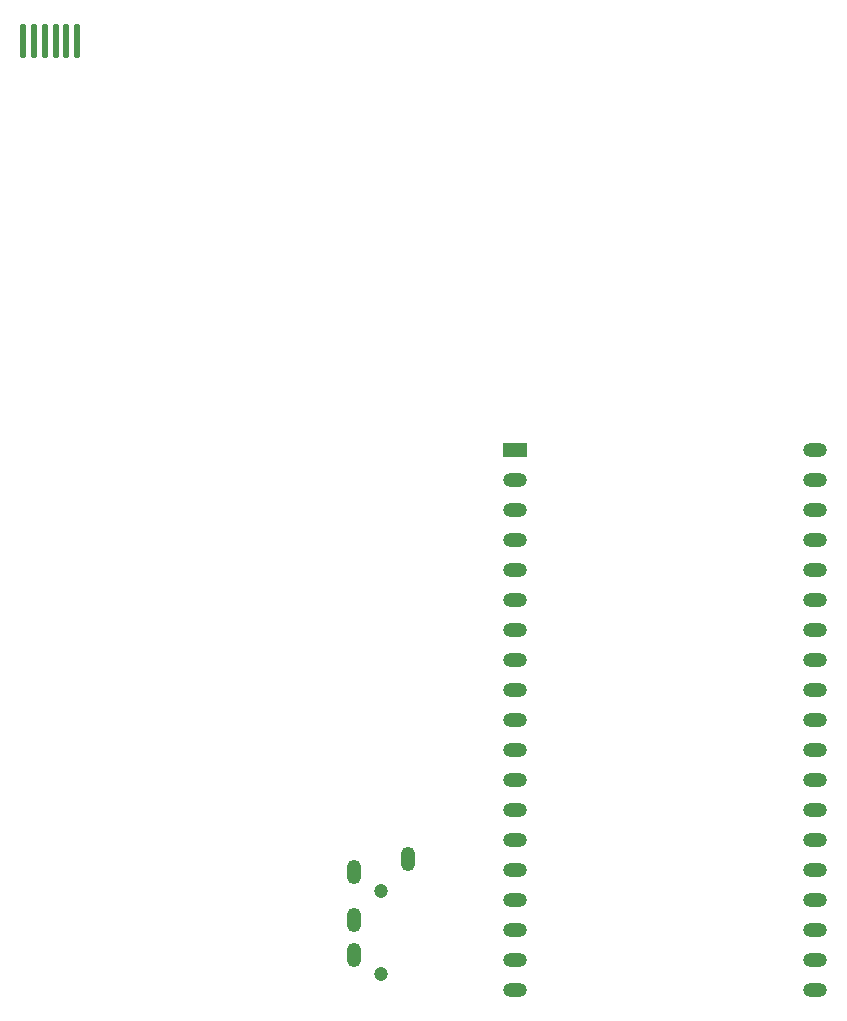
<source format=gbr>
%TF.GenerationSoftware,KiCad,Pcbnew,8.0.4*%
%TF.CreationDate,2025-09-19T21:11:49+01:00*%
%TF.ProjectId,devboard,64657662-6f61-4726-942e-6b696361645f,rev?*%
%TF.SameCoordinates,Original*%
%TF.FileFunction,Soldermask,Bot*%
%TF.FilePolarity,Negative*%
%FSLAX46Y46*%
G04 Gerber Fmt 4.6, Leading zero omitted, Abs format (unit mm)*
G04 Created by KiCad (PCBNEW 8.0.4) date 2025-09-19 21:11:49*
%MOMM*%
%LPD*%
G01*
G04 APERTURE LIST*
G04 Aperture macros list*
%AMRoundRect*
0 Rectangle with rounded corners*
0 $1 Rounding radius*
0 $2 $3 $4 $5 $6 $7 $8 $9 X,Y pos of 4 corners*
0 Add a 4 corners polygon primitive as box body*
4,1,4,$2,$3,$4,$5,$6,$7,$8,$9,$2,$3,0*
0 Add four circle primitives for the rounded corners*
1,1,$1+$1,$2,$3*
1,1,$1+$1,$4,$5*
1,1,$1+$1,$6,$7*
1,1,$1+$1,$8,$9*
0 Add four rect primitives between the rounded corners*
20,1,$1+$1,$2,$3,$4,$5,0*
20,1,$1+$1,$4,$5,$6,$7,0*
20,1,$1+$1,$6,$7,$8,$9,0*
20,1,$1+$1,$8,$9,$2,$3,0*%
G04 Aperture macros list end*
%ADD10R,2.000000X1.200000*%
%ADD11O,2.000000X1.200000*%
%ADD12RoundRect,0.117500X0.117500X1.332500X-0.117500X1.332500X-0.117500X-1.332500X0.117500X-1.332500X0*%
%ADD13C,1.200000*%
%ADD14O,1.200000X2.100000*%
G04 APERTURE END LIST*
D10*
%TO.C,U7*%
X202350000Y-87610000D03*
D11*
X202350000Y-90150000D03*
X202350000Y-92690000D03*
X202350000Y-95230000D03*
X202350000Y-97770000D03*
X202350000Y-100310000D03*
X202350000Y-102850000D03*
X202350000Y-105390000D03*
X202350000Y-107930000D03*
X202350000Y-110470000D03*
X202350000Y-113010000D03*
X202350000Y-115550000D03*
X202350000Y-118090000D03*
X202350000Y-120630000D03*
X202350000Y-123170000D03*
X202350000Y-125710000D03*
X202350000Y-128250000D03*
X202350000Y-130790000D03*
X202350000Y-133330000D03*
X227746320Y-133327280D03*
X227746320Y-130787280D03*
X227750000Y-128250000D03*
X227750000Y-125710000D03*
X227750000Y-123170000D03*
X227750000Y-120630000D03*
X227750000Y-118090000D03*
X227750000Y-115550000D03*
X227750000Y-113010000D03*
X227750000Y-110470000D03*
X227750000Y-107930000D03*
X227750000Y-105390000D03*
X227750000Y-102850000D03*
X227750000Y-100310000D03*
X227750000Y-97770000D03*
X227750000Y-95230000D03*
X227750000Y-92690000D03*
X227750000Y-90150000D03*
X227750000Y-87610000D03*
%TD*%
D12*
%TO.C,U1*%
X160650000Y-53000000D03*
X161570000Y-53000000D03*
X162490000Y-53000000D03*
X163410000Y-53000000D03*
X164330000Y-53000000D03*
X165250000Y-53000000D03*
%TD*%
D13*
%TO.C,U8*%
X190940412Y-132000000D03*
X190940412Y-125000000D03*
D14*
X193240387Y-122299975D03*
X188640437Y-130400051D03*
X188640437Y-127400051D03*
X188640437Y-123400051D03*
%TD*%
M02*

</source>
